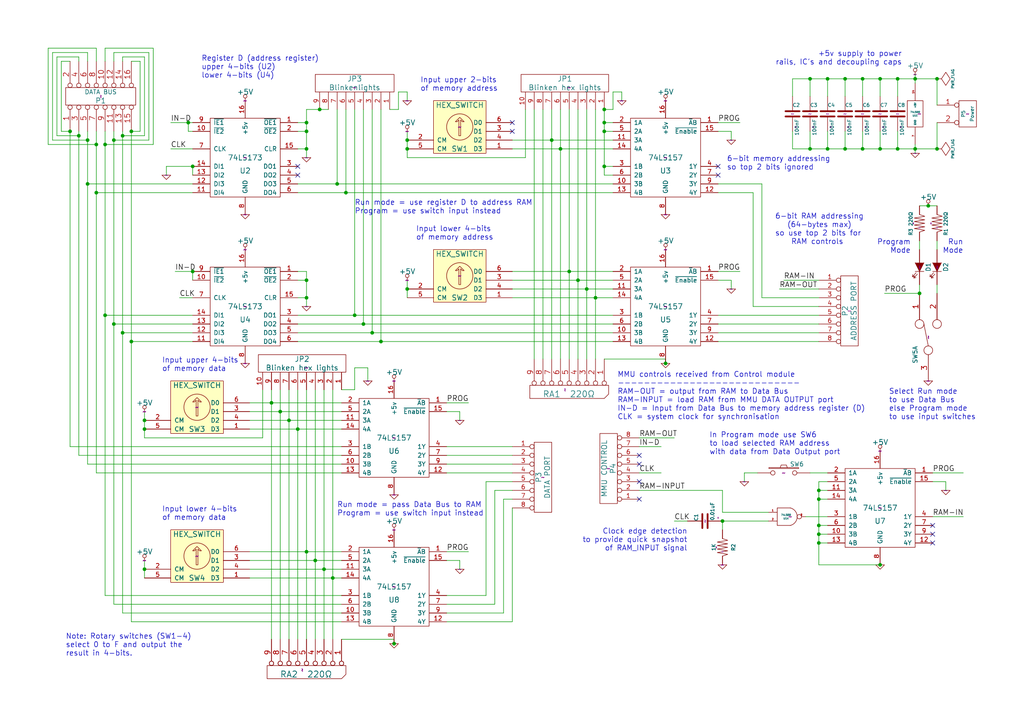
<source format=kicad_sch>
(kicad_sch (version 20211123) (generator eeschema)
  (paper "A4")
  (title_block (title "Hol-1 8-bit CPU - Memory Management Unit") (date "29 jan 2020") (rev "1") (company "www.benningtons.net"))
  (junction (at 41.91 165.1))
  (junction (at 167.64 81.28))
  (junction (at 25.4 53.34))
  (junction (at 234.95 22.86))
  (junction (at 245.11 22.86))
  (junction (at 20.32 38.1))
  (junction (at 35.56 96.52))
  (junction (at 265.43 43.18))
  (junction (at 255.27 163.83))
  (junction (at 260.35 43.18))
  (junction (at 209.55 151.13))
  (junction (at 107.95 96.52))
  (junction (at 22.86 39.37))
  (junction (at 255.27 22.86))
  (junction (at 30.48 41.91))
  (junction (at 93.98 165.1))
  (junction (at 260.35 22.86))
  (junction (at 27.94 41.91))
  (junction (at 175.26 38.1))
  (junction (at 55.88 78.74))
  (junction (at 83.82 121.92))
  (junction (at 88.9 86.36))
  (junction (at 265.43 22.86))
  (junction (at 118.11 40.64))
  (junction (at 110.49 99.06))
  (junction (at 234.95 43.18))
  (junction (at 33.02 40.64))
  (junction (at 88.9 81.28))
  (junction (at 160.02 40.64))
  (junction (at 271.78 43.18))
  (junction (at 102.87 91.44))
  (junction (at 118.11 83.82))
  (junction (at 165.1 78.74))
  (junction (at 35.56 39.37))
  (junction (at 78.74 116.84))
  (junction (at 81.28 119.38))
  (junction (at 193.04 105.41))
  (junction (at 271.78 22.86))
  (junction (at 237.49 152.4))
  (junction (at 33.02 93.98))
  (junction (at 250.19 43.18))
  (junction (at 88.9 35.56))
  (junction (at 92.71 31.75))
  (junction (at 266.7 85.09))
  (junction (at 237.49 142.24))
  (junction (at 175.26 31.75))
  (junction (at 245.11 43.18))
  (junction (at 88.9 38.1))
  (junction (at 175.26 48.26))
  (junction (at 118.11 43.18))
  (junction (at 105.41 93.98))
  (junction (at 100.33 55.88))
  (junction (at 237.49 154.94))
  (junction (at 162.56 43.18))
  (junction (at 38.1 99.06))
  (junction (at 96.52 167.64))
  (junction (at 25.4 40.64))
  (junction (at 237.49 157.48))
  (junction (at 86.36 124.46))
  (junction (at 255.27 43.18))
  (junction (at 97.79 53.34))
  (junction (at 41.91 121.92))
  (junction (at 269.24 59.69))
  (junction (at 88.9 160.02))
  (junction (at 240.03 22.86))
  (junction (at 114.3 186.69))
  (junction (at 54.61 35.56))
  (junction (at 170.18 83.82))
  (junction (at 91.44 162.56))
  (junction (at 172.72 86.36))
  (junction (at 41.91 124.46))
  (junction (at 88.9 43.18))
  (junction (at 30.48 91.44))
  (junction (at 27.94 55.88))
  (junction (at 55.88 48.26))
  (junction (at 237.49 144.78))
  (junction (at 240.03 43.18))
  (junction (at 38.1 38.1))
  (junction (at 175.26 35.56))
  (junction (at 250.19 22.86))
  (no_connect (at 208.28 48.26))
  (no_connect (at 86.36 50.8))
  (no_connect (at 208.28 50.8))
  (no_connect (at 86.36 48.26))
  (no_connect (at 185.42 134.62))
  (no_connect (at 270.51 157.48))
  (no_connect (at 148.59 35.56))
  (no_connect (at 185.42 139.7))
  (no_connect (at 185.42 144.78))
  (no_connect (at 270.51 154.94))
  (no_connect (at 185.42 132.08))
  (no_connect (at 270.51 152.4))
  (no_connect (at 148.59 38.1))
  (wire (pts (xy 240.03 139.7) (xy 237.49 139.7)))
  (wire (pts (xy 129.54 137.16) (xy 148.59 137.16)))
  (wire (pts (xy 140.97 172.72) (xy 140.97 139.7)))
  (wire (pts (xy 129.54 175.26) (xy 143.51 175.26)))
  (wire (pts (xy 233.68 149.86) (xy 240.03 149.86)))
  (wire (pts (xy 72.39 165.1) (xy 93.98 165.1)))
  (wire (pts (xy 209.55 148.59) (xy 222.885 148.59)))
  (wire (pts (xy 260.35 22.86) (xy 265.43 22.86)))
  (wire (pts (xy 237.49 157.48) (xy 237.49 163.83)))
  (wire (pts (xy 72.39 162.56) (xy 91.44 162.56)))
  (wire (pts (xy 234.95 22.86) (xy 240.03 22.86)))
  (wire (pts (xy 245.11 38.1) (xy 245.11 43.18)))
  (wire (pts (xy 165.1 78.74) (xy 165.1 104.14)))
  (wire (pts (xy 234.95 38.1) (xy 234.95 43.18)))
  (wire (pts (xy 266.7 69.85) (xy 266.7 72.39)))
  (wire (pts (xy 152.4 31.75) (xy 152.4 45.72)))
  (wire (pts (xy 177.8 31.75) (xy 177.8 26.67)))
  (wire (pts (xy 41.91 162.56) (xy 41.91 165.1)))
  (wire (pts (xy 240.03 157.48) (xy 237.49 157.48)))
  (wire (pts (xy 27.94 41.91) (xy 27.94 55.88)))
  (wire (pts (xy 33.02 93.98) (xy 33.02 175.26)))
  (wire (pts (xy 91.44 113.03) (xy 91.44 162.56)))
  (wire (pts (xy 102.87 91.44) (xy 177.8 91.44)))
  (wire (pts (xy 20.32 129.54) (xy 99.06 129.54)))
  (wire (pts (xy 270.51 139.7) (xy 274.32 139.7)))
  (wire (pts (xy 110.49 31.75) (xy 110.49 99.06)))
  (wire (pts (xy 86.36 53.34) (xy 97.79 53.34)))
  (wire (pts (xy 113.03 31.75) (xy 115.57 31.75)))
  (wire (pts (xy 148.59 43.18) (xy 162.56 43.18)))
  (wire (pts (xy 157.48 31.75) (xy 157.48 104.14)))
  (wire (pts (xy 55.88 78.74) (xy 50.8 78.74)))
  (wire (pts (xy 170.18 83.82) (xy 170.18 104.14)))
  (wire (pts (xy 15.24 40.64) (xy 15.24 15.24)))
  (wire (pts (xy 266.7 85.09) (xy 256.54 85.09)))
  (wire (pts (xy 271.78 22.86) (xy 271.78 30.48)))
  (wire (pts (xy 78.74 113.03) (xy 78.74 116.84)))
  (wire (pts (xy 86.36 124.46) (xy 99.06 124.46)))
  (wire (pts (xy 88.9 160.02) (xy 88.9 185.42)))
  (wire (pts (xy 35.56 38.1) (xy 35.56 39.37)))
  (wire (pts (xy 172.72 31.75) (xy 172.72 86.36)))
  (wire (pts (xy 255.27 43.18) (xy 260.35 43.18)))
  (wire (pts (xy 215.9 137.16) (xy 215.9 139.7)))
  (wire (pts (xy 250.19 43.18) (xy 255.27 43.18)))
  (wire (pts (xy 160.02 40.64) (xy 160.02 104.14)))
  (wire (pts (xy 86.36 81.28) (xy 88.9 81.28)))
  (wire (pts (xy 266.7 59.69) (xy 269.24 59.69)))
  (wire (pts (xy 76.2 113.03) (xy 76.2 127)))
  (wire (pts (xy 240.03 142.24) (xy 237.49 142.24)))
  (wire (pts (xy 88.9 86.36) (xy 88.9 88.9)))
  (wire (pts (xy 218.44 88.9) (xy 237.49 88.9)))
  (wire (pts (xy 143.51 142.24) (xy 148.59 142.24)))
  (wire (pts (xy 220.98 53.34) (xy 220.98 86.36)))
  (wire (pts (xy 162.56 43.18) (xy 177.8 43.18)))
  (wire (pts (xy 129.54 119.38) (xy 133.35 119.38)))
  (wire (pts (xy 20.32 38.1) (xy 17.78 38.1)))
  (wire (pts (xy 265.43 22.86) (xy 265.43 24.13)))
  (wire (pts (xy 13.97 13.97) (xy 27.94 13.97)))
  (wire (pts (xy 218.44 55.88) (xy 218.44 88.9)))
  (wire (pts (xy 102.87 31.75) (xy 102.87 91.44)))
  (wire (pts (xy 27.94 55.88) (xy 27.94 137.16)))
  (wire (pts (xy 83.82 121.92) (xy 99.06 121.92)))
  (wire (pts (xy 270.51 149.86) (xy 279.4 149.86)))
  (wire (pts (xy 208.28 53.34) (xy 220.98 53.34)))
  (wire (pts (xy 118.11 81.28) (xy 118.11 83.82)))
  (wire (pts (xy 102.87 113.03) (xy 102.87 106.68)))
  (wire (pts (xy 88.9 81.28) (xy 88.9 86.36)))
  (wire (pts (xy 106.68 106.68) (xy 106.68 110.49)))
  (wire (pts (xy 170.18 83.82) (xy 177.8 83.82)))
  (wire (pts (xy 240.03 43.18) (xy 245.11 43.18)))
  (wire (pts (xy 76.2 127) (xy 41.91 127)))
  (wire (pts (xy 72.39 160.02) (xy 88.9 160.02)))
  (wire (pts (xy 72.39 119.38) (xy 81.28 119.38)))
  (wire (pts (xy 175.26 104.14) (xy 193.04 104.14)))
  (wire (pts (xy 30.48 91.44) (xy 55.88 91.44)))
  (wire (pts (xy 35.56 16.51) (xy 41.91 16.51)))
  (wire (pts (xy 81.28 119.38) (xy 81.28 185.42)))
  (wire (pts (xy 102.87 106.68) (xy 106.68 106.68)))
  (wire (pts (xy 22.86 16.51) (xy 22.86 17.78)))
  (wire (pts (xy 86.36 91.44) (xy 102.87 91.44)))
  (wire (pts (xy 170.18 31.75) (xy 170.18 83.82)))
  (wire (pts (xy 271.78 82.55) (xy 271.78 85.09)))
  (wire (pts (xy 55.88 38.1) (xy 54.61 38.1)))
  (wire (pts (xy 271.78 69.85) (xy 271.78 72.39)))
  (wire (pts (xy 86.36 55.88) (xy 100.33 55.88)))
  (wire (pts (xy 86.36 38.1) (xy 88.9 38.1)))
  (wire (pts (xy 160.02 31.75) (xy 160.02 40.64)))
  (wire (pts (xy 96.52 167.64) (xy 99.06 167.64)))
  (wire (pts (xy 148.59 81.28) (xy 167.64 81.28)))
  (wire (pts (xy 234.95 43.18) (xy 240.03 43.18)))
  (wire (pts (xy 25.4 40.64) (xy 25.4 53.34)))
  (wire (pts (xy 86.36 93.98) (xy 105.41 93.98)))
  (wire (pts (xy 118.11 26.67) (xy 118.11 29.21)))
  (wire (pts (xy 165.1 31.75) (xy 165.1 78.74)))
  (wire (pts (xy 118.11 45.72) (xy 152.4 45.72)))
  (wire (pts (xy 35.56 39.37) (xy 35.56 96.52)))
  (wire (pts (xy 72.39 124.46) (xy 86.36 124.46)))
  (wire (pts (xy 129.54 160.02) (xy 135.89 160.02)))
  (wire (pts (xy 140.97 139.7) (xy 148.59 139.7)))
  (wire (pts (xy 110.49 99.06) (xy 177.8 99.06)))
  (wire (pts (xy 100.33 55.88) (xy 177.8 55.88)))
  (wire (pts (xy 88.9 35.56) (xy 88.9 38.1)))
  (wire (pts (xy 177.8 48.26) (xy 175.26 48.26)))
  (wire (pts (xy 40.64 17.78) (xy 38.1 17.78)))
  (wire (pts (xy 240.03 144.78) (xy 237.49 144.78)))
  (wire (pts (xy 13.97 41.91) (xy 13.97 13.97)))
  (wire (pts (xy 27.94 55.88) (xy 55.88 55.88)))
  (wire (pts (xy 33.02 15.24) (xy 43.18 15.24)))
  (wire (pts (xy 99.06 185.42) (xy 114.3 185.42)))
  (wire (pts (xy 30.48 41.91) (xy 44.45 41.91)))
  (wire (pts (xy 20.32 38.1) (xy 20.32 129.54)))
  (wire (pts (xy 266.7 82.55) (xy 266.7 85.09)))
  (wire (pts (xy 105.41 93.98) (xy 177.8 93.98)))
  (wire (pts (xy 86.36 124.46) (xy 86.36 185.42)))
  (wire (pts (xy 227.33 81.28) (xy 237.49 81.28)))
  (wire (pts (xy 208.28 38.1) (xy 212.09 38.1)))
  (wire (pts (xy 96.52 113.03) (xy 96.52 167.64)))
  (wire (pts (xy 208.28 99.06) (xy 237.49 99.06)))
  (wire (pts (xy 86.36 78.74) (xy 88.9 78.74)))
  (wire (pts (xy 154.94 31.75) (xy 154.94 104.14)))
  (wire (pts (xy 208.28 91.44) (xy 237.49 91.44)))
  (wire (pts (xy 27.94 137.16) (xy 99.06 137.16)))
  (wire (pts (xy 148.59 180.34) (xy 129.54 180.34)))
  (wire (pts (xy 177.8 38.1) (xy 175.26 38.1)))
  (wire (pts (xy 129.54 116.84) (xy 135.89 116.84)))
  (wire (pts (xy 234.95 137.16) (xy 240.03 137.16)))
  (wire (pts (xy 240.03 38.1) (xy 240.03 43.18)))
  (wire (pts (xy 25.4 38.1) (xy 25.4 40.64)))
  (wire (pts (xy 220.98 86.36) (xy 237.49 86.36)))
  (wire (pts (xy 240.03 22.86) (xy 245.11 22.86)))
  (wire (pts (xy 52.07 86.36) (xy 55.88 86.36)))
  (wire (pts (xy 81.28 119.38) (xy 99.06 119.38)))
  (wire (pts (xy 260.35 43.18) (xy 265.43 43.18)))
  (wire (pts (xy 208.28 35.56) (xy 214.63 35.56)))
  (wire (pts (xy 175.26 38.1) (xy 175.26 48.26)))
  (wire (pts (xy 222.885 151.13) (xy 209.55 151.13)))
  (wire (pts (xy 237.49 154.94) (xy 237.49 157.48)))
  (wire (pts (xy 92.71 31.75) (xy 95.25 31.75)))
  (wire (pts (xy 175.26 35.56) (xy 175.26 38.1)))
  (wire (pts (xy 41.91 16.51) (xy 41.91 39.37)))
  (wire (pts (xy 185.42 129.54) (xy 191.77 129.54)))
  (wire (pts (xy 25.4 134.62) (xy 99.06 134.62)))
  (wire (pts (xy 250.19 38.1) (xy 250.19 43.18)))
  (wire (pts (xy 175.26 48.26) (xy 175.26 50.8)))
  (wire (pts (xy 146.05 177.8) (xy 146.05 144.78)))
  (wire (pts (xy 105.41 31.75) (xy 105.41 93.98)))
  (wire (pts (xy 25.4 53.34) (xy 55.88 53.34)))
  (wire (pts (xy 229.87 38.1) (xy 229.87 43.18)))
  (wire (pts (xy 88.9 31.75) (xy 88.9 35.56)))
  (wire (pts (xy 88.9 86.36) (xy 86.36 86.36)))
  (wire (pts (xy 38.1 99.06) (xy 55.88 99.06)))
  (wire (pts (xy 22.86 38.1) (xy 22.86 39.37)))
  (wire (pts (xy 129.54 129.54) (xy 148.59 129.54)))
  (wire (pts (xy 175.26 31.75) (xy 175.26 35.56)))
  (wire (pts (xy 27.94 41.91) (xy 13.97 41.91)))
  (wire (pts (xy 35.56 177.8) (xy 99.06 177.8)))
  (wire (pts (xy 35.56 39.37) (xy 41.91 39.37)))
  (wire (pts (xy 17.78 38.1) (xy 17.78 17.78)))
  (wire (pts (xy 129.54 177.8) (xy 146.05 177.8)))
  (wire (pts (xy 115.57 26.67) (xy 118.11 26.67)))
  (wire (pts (xy 118.11 38.1) (xy 118.11 40.64)))
  (wire (pts (xy 175.26 50.8) (xy 177.8 50.8)))
  (wire (pts (xy 177.8 26.67) (xy 180.34 26.67)))
  (wire (pts (xy 86.36 35.56) (xy 88.9 35.56)))
  (wire (pts (xy 40.64 38.1) (xy 40.64 17.78)))
  (wire (pts (xy 255.27 38.1) (xy 255.27 43.18)))
  (wire (pts (xy 91.44 162.56) (xy 91.44 185.42)))
  (wire (pts (xy 212.09 81.28) (xy 212.09 83.82)))
  (wire (pts (xy 72.39 121.92) (xy 83.82 121.92)))
  (wire (pts (xy 245.11 22.86) (xy 250.19 22.86)))
  (wire (pts (xy 15.24 40.64) (xy 25.4 40.64)))
  (wire (pts (xy 91.44 162.56) (xy 99.06 162.56)))
  (wire (pts (xy 185.42 142.24) (xy 209.55 142.24)))
  (wire (pts (xy 100.33 31.75) (xy 100.33 55.88)))
  (wire (pts (xy 72.39 167.64) (xy 96.52 167.64)))
  (wire (pts (xy 78.74 116.84) (xy 99.06 116.84)))
  (wire (pts (xy 265.43 43.18) (xy 271.78 43.18)))
  (wire (pts (xy 226.06 83.82) (xy 237.49 83.82)))
  (wire (pts (xy 83.82 121.92) (xy 83.82 185.42)))
  (wire (pts (xy 16.51 39.37) (xy 22.86 39.37)))
  (wire (pts (xy 143.51 175.26) (xy 143.51 142.24)))
  (wire (pts (xy 81.28 113.03) (xy 81.28 119.38)))
  (wire (pts (xy 180.34 26.67) (xy 180.34 29.21)))
  (wire (pts (xy 33.02 17.78) (xy 33.02 15.24)))
  (wire (pts (xy 240.03 27.94) (xy 240.03 22.86)))
  (wire (pts (xy 118.11 83.82) (xy 118.11 86.36)))
  (wire (pts (xy 271.78 43.18) (xy 271.78 35.56)))
  (wire (pts (xy 55.88 50.8) (xy 55.88 48.26)))
  (wire (pts (xy 16.51 16.51) (xy 22.86 16.51)))
  (wire (pts (xy 93.98 113.03) (xy 93.98 165.1)))
  (wire (pts (xy 193.04 104.14) (xy 193.04 105.41)))
  (wire (pts (xy 265.43 43.18) (xy 265.43 44.45)))
  (wire (pts (xy 35.56 96.52) (xy 55.88 96.52)))
  (wire (pts (xy 274.32 139.7) (xy 274.32 142.24)))
  (wire (pts (xy 33.02 93.98) (xy 55.88 93.98)))
  (wire (pts (xy 48.26 48.26) (xy 48.26 50.8)))
  (wire (pts (xy 35.56 96.52) (xy 35.56 177.8)))
  (wire (pts (xy 146.05 144.78) (xy 148.59 144.78)))
  (wire (pts (xy 129.54 162.56) (xy 133.35 162.56)))
  (wire (pts (xy 148.59 78.74) (xy 165.1 78.74)))
  (wire (pts (xy 229.87 43.18) (xy 234.95 43.18)))
  (wire (pts (xy 88.9 78.74) (xy 88.9 81.28)))
  (wire (pts (xy 177.8 35.56) (xy 175.26 35.56)))
  (wire (pts (xy 195.58 151.13) (xy 199.39 151.13)))
  (wire (pts (xy 54.61 38.1) (xy 54.61 35.56)))
  (wire (pts (xy 38.1 180.34) (xy 99.06 180.34)))
  (wire (pts (xy 41.91 124.46) (xy 41.91 127)))
  (wire (pts (xy 250.19 27.94) (xy 250.19 22.86)))
  (wire (pts (xy 212.09 38.1) (xy 212.09 40.64)))
  (wire (pts (xy 25.4 53.34) (xy 25.4 134.62)))
  (wire (pts (xy 237.49 139.7) (xy 237.49 142.24)))
  (wire (pts (xy 86.36 96.52) (xy 107.95 96.52)))
  (wire (pts (xy 30.48 91.44) (xy 30.48 172.72)))
  (wire (pts (xy 49.53 35.56) (xy 54.61 35.56)))
  (wire (pts (xy 237.49 152.4) (xy 237.49 154.94)))
  (wire (pts (xy 234.95 27.94) (xy 234.95 22.86)))
  (wire (pts (xy 229.87 22.86) (xy 234.95 22.86)))
  (wire (pts (xy 16.51 39.37) (xy 16.51 16.51)))
  (wire (pts (xy 54.61 35.56) (xy 55.88 35.56)))
  (wire (pts (xy 17.78 17.78) (xy 20.32 17.78)))
  (wire (pts (xy 229.87 27.94) (xy 229.87 22.86)))
  (wire (pts (xy 250.19 22.86) (xy 255.27 22.86)))
  (wire (pts (xy 167.64 81.28) (xy 177.8 81.28)))
  (wire (pts (xy 35.56 17.78) (xy 35.56 16.51)))
  (wire (pts (xy 255.27 22.86) (xy 260.35 22.86)))
  (wire (pts (xy 162.56 31.75) (xy 162.56 43.18)))
  (wire (pts (xy 237.49 163.83) (xy 255.27 163.83)))
  (wire (pts (xy 172.72 86.36) (xy 172.72 104.14)))
  (wire (pts (xy 269.24 59.69) (xy 271.78 59.69)))
  (wire (pts (xy 240.03 152.4) (xy 237.49 152.4)))
  (wire (pts (xy 88.9 113.03) (xy 88.9 160.02)))
  (wire (pts (xy 148.59 40.64) (xy 160.02 40.64)))
  (wire (pts (xy 15.24 15.24) (xy 25.4 15.24)))
  (wire (pts (xy 115.57 31.75) (xy 115.57 26.67)))
  (wire (pts (xy 30.48 172.72) (xy 99.06 172.72)))
  (wire (pts (xy 260.35 27.94) (xy 260.35 22.86)))
  (wire (pts (xy 208.28 81.28) (xy 212.09 81.28)))
  (wire (pts (xy 148.59 86.36) (xy 172.72 86.36)))
  (wire (pts (xy 245.11 27.94) (xy 245.11 22.86)))
  (wire (pts (xy 88.9 38.1) (xy 88.9 43.18)))
  (wire (pts (xy 185.42 127) (xy 195.58 127)))
  (wire (pts (xy 148.59 147.32) (xy 148.59 180.34)))
  (wire (pts (xy 219.71 137.16) (xy 215.9 137.16)))
  (wire (pts (xy 33.02 175.26) (xy 99.06 175.26)))
  (wire (pts (xy 38.1 99.06) (xy 38.1 180.34)))
  (wire (pts (xy 175.26 31.75) (xy 177.8 31.75)))
  (wire (pts (xy 86.36 99.06) (xy 110.49 99.06)))
  (wire (pts (xy 209.55 151.13) (xy 209.55 153.67)))
  (wire (pts (xy 86.36 43.18) (xy 88.9 43.18)))
  (wire (pts (xy 133.35 119.38) (xy 133.35 121.92)))
  (wire (pts (xy 27.94 38.1) (xy 27.94 41.91)))
  (wire (pts (xy 99.06 113.03) (xy 102.87 113.03)))
  (wire (pts (xy 41.91 119.38) (xy 41.91 121.92)))
  (wire (pts (xy 265.43 41.91) (xy 265.43 43.18)))
  (wire (pts (xy 88.9 43.18) (xy 88.9 45.72)))
  (wire (pts (xy 265.43 21.59) (xy 265.43 22.86)))
  (wire (pts (xy 49.53 43.18) (xy 55.88 43.18)))
  (wire (pts (xy 129.54 134.62) (xy 148.59 134.62)))
  (wire (pts (xy 160.02 40.64) (xy 177.8 40.64)))
  (wire (pts (xy 96.52 167.64) (xy 96.52 185.42)))
  (wire (pts (xy 237.49 142.24) (xy 237.49 144.78)))
  (wire (pts (xy 22.86 132.08) (xy 99.06 132.08)))
  (wire (pts (xy 88.9 160.02) (xy 99.06 160.02)))
  (wire (pts (xy 83.82 113.03) (xy 83.82 121.92)))
  (wire (pts (xy 43.18 15.24) (xy 43.18 40.64)))
  (wire (pts (xy 33.02 40.64) (xy 33.02 93.98)))
  (wire (pts (xy 27.94 13.97) (xy 27.94 17.78)))
  (wire (pts (xy 30.48 17.78) (xy 30.48 13.97)))
  (wire (pts (xy 185.42 137.16) (xy 191.77 137.16)))
  (wire (pts (xy 41.91 165.1) (xy 41.91 167.64)))
  (wire (pts (xy 25.4 15.24) (xy 25.4 17.78)))
  (wire (pts (xy 208.28 55.88) (xy 218.44 55.88)))
  (wire (pts (xy 38.1 38.1) (xy 40.64 38.1)))
  (wire (pts (xy 129.54 172.72) (xy 140.97 172.72)))
  (wire (pts (xy 209.55 142.24) (xy 209.55 148.59)))
  (wire (pts (xy 97.79 53.34) (xy 177.8 53.34)))
  (wire (pts (xy 55.88 48.26) (xy 48.26 48.26)))
  (wire (pts (xy 38.1 38.1) (xy 38.1 99.06)))
  (wire (pts (xy 86.36 113.03) (xy 86.36 124.46)))
  (wire (pts (xy 30.48 13.97) (xy 44.45 13.97)))
  (wire (pts (xy 133.35 162.56) (xy 133.35 165.1)))
  (wire (pts (xy 107.95 96.52) (xy 177.8 96.52)))
  (wire (pts (xy 129.54 132.08) (xy 148.59 132.08)))
  (wire (pts (xy 162.56 43.18) (xy 162.56 104.14)))
  (wire (pts (xy 33.02 40.64) (xy 43.18 40.64)))
  (wire (pts (xy 240.03 154.94) (xy 237.49 154.94)))
  (wire (pts (xy 260.35 38.1) (xy 260.35 43.18)))
  (wire (pts (xy 33.02 38.1) (xy 33.02 40.64)))
  (wire (pts (xy 55.88 81.28) (xy 55.88 78.74)))
  (wire (pts (xy 255.27 27.94) (xy 255.27 22.86)))
  (wire (pts (xy 148.59 83.82) (xy 170.18 83.82)))
  (wire (pts (xy 93.98 165.1) (xy 93.98 185.42)))
  (wire (pts (xy 237.49 144.78) (xy 237.49 152.4)))
  (wire (pts (xy 88.9 31.75) (xy 92.71 31.75)))
  (wire (pts (xy 44.45 13.97) (xy 44.45 41.91)))
  (wire (pts (xy 208.28 78.74) (xy 214.63 78.74)))
  (wire (pts (xy 208.28 96.52) (xy 237.49 96.52)))
  (wire (pts (xy 22.86 39.37) (xy 22.86 132.08)))
  (wire (pts (xy 97.79 31.75) (xy 97.79 53.34)))
  (wire (pts (xy 270.51 137.16) (xy 279.4 137.16)))
  (wire (pts (xy 41.91 121.92) (xy 41.91 124.46)))
  (wire (pts (xy 118.11 43.18) (xy 118.11 45.72)))
  (wire (pts (xy 265.43 22.86) (xy 271.78 22.86)))
  (wire (pts (xy 30.48 41.91) (xy 30.48 91.44)))
  (wire (pts (xy 30.48 38.1) (xy 30.48 41.91)))
  (wire (pts (xy 167.64 81.28) (xy 167.64 104.14)))
  (wire (pts (xy 114.3 185.42) (xy 114.3 186.69)))
  (wire (pts (xy 172.72 86.36) (xy 177.8 86.36)))
  (wire (pts (xy 165.1 78.74) (xy 177.8 78.74)))
  (wire (pts (xy 78.74 116.84) (xy 78.74 185.42)))
  (wire (pts (xy 208.28 93.98) (xy 237.49 93.98)))
  (wire (pts (xy 167.64 31.75) (xy 167.64 81.28)))
  (wire (pts (xy 72.39 116.84) (xy 78.74 116.84)))
  (wire (pts (xy 245.11 43.18) (xy 250.19 43.18)))
  (wire (pts (xy 93.98 165.1) (xy 99.06 165.1)))
  (wire (pts (xy 118.11 40.64) (xy 118.11 43.18)))
  (wire (pts (xy 107.95 31.75) (xy 107.95 96.52)))
  (text "Select Run mode\nto use Data Bus\nelse Program mode\nto use input switches" (at 257.81 121.92 0) (effects (font (size 1.524 1.524)) (justify left bottom)))
  (text "6-bit memory addressing\nso top 2 bits ignored" (at 210.82 49.53 0) (effects (font (size 1.524 1.524)) (justify left bottom)))
  (text "Run mode = pass Data Bus to RAM\nProgram = use switch input instead" (at 97.79 149.86 0) (effects (font (size 1.524 1.524)) (justify left bottom)))
  (text "Note: Rotary switches (SW1-4)\nselect 0 to F and output the\nresult in 4-bits." (at 19.05 190.5 0) (effects (font (size 1.524 1.524)) (justify left bottom)))
  (text "Clock edge detection\nto provide quick snapshot\n of RAM_INPUT signal" (at 199.39 160.02 180) (effects (font (size 1.524 1.524)) (justify right bottom)))
  (text "Register D (address register)\nupper 4-bits (U2)\nlower 4-bits (U4)" (at 58.42 22.86 0) (effects (font (size 1.524 1.524)) (justify left bottom)))
  (text "Run mode = use register D to address RAM\nProgram = use switch input instead" (at 102.87 62.23 0) (effects (font (size 1.524 1.524)) (justify left bottom)))
  (text "Input lower 4-bits\nof memory address" (at 120.65 69.85 0) (effects (font (size 1.524 1.524)) (justify left bottom)))
  (text "MMU controls received from Control module\n----------------------------\nRAM-OUT = output from RAM to Data Bus\nRAM-INPUT = load RAM from MMU DATA OUTPUT port\nIN-D = Input from Data Bus to memory address register (D)\nCLK = system clock for synchronisation" (at 179.07 121.92 0) (effects (font (size 1.524 1.524)) (justify left bottom)))
  (text "Input lower 4-bits\nof memory data" (at 46.99 151.13 0) (effects (font (size 1.524 1.524)) (justify left bottom)))
  (text "Input upper 2-bits\nof memory address" (at 121.92 26.67 0) (effects (font (size 1.524 1.524)) (justify left bottom)))
  (text "+5v supply to power\nrails, IC's and decoupling caps\n" (at 261.62 19.05 180) (effects (font (size 1.524 1.524)) (justify right bottom)))
  (text "Run\nMode" (at 279.4 73.66 180) (effects (font (size 1.524 1.524)) (justify right bottom)))
  (text "In Program mode use SW6\nto load selected RAM address\nwith data from Data Output port" (at 205.74 132.08 0) (effects (font (size 1.524 1.524)) (justify left bottom)))
  (text "Program\n  Mode" (at 264.16 73.66 180) (effects (font (size 1.524 1.524)) (justify right bottom)))
  (text "Input upper 4-bits\nof memory data" (at 46.99 107.95 0) (effects (font (size 1.524 1.524)) (justify left bottom)))
  (text "6-bit RAM addressing\n   (64-bytes max)\nso use top 2 bits for\n    RAM controls" (at 224.79 71.12 0) (effects (font (size 1.524 1.524)) (justify left bottom)))
  (label "RAM-INPUT" (at 185.42 142.24 0) (effects (font (size 1.524 1.524))))
  (label "RAM-OUT" (at 226.06 83.82 0) (effects (font (size 1.524 1.524))))
  (label "RAM-OUT" (at 185.42 127 0) (effects (font (size 1.524 1.524))))
  (label "PROG" (at 208.28 35.56 0) (effects (font (size 1.524 1.524))))
  (label "IN-D" (at 185.42 129.54 0) (effects (font (size 1.524 1.524))))
  (label "PROG" (at 129.54 160.02 0) (effects (font (size 1.524 1.524))))
  (label "CLK" (at 52.07 86.36 0) (effects (font (size 1.524 1.524))))
  (label "IN-D" (at 50.8 78.74 0) (effects (font (size 1.524 1.524))))
  (label "IN-D" (at 49.53 35.56 0) (effects (font (size 1.524 1.524))))
  (label "RAM-IN" (at 270.51 149.86 0) (effects (font (size 1.524 1.524))))
  (label "CLK" (at 185.42 137.16 0) (effects (font (size 1.524 1.524))))
  (label "RAM-IN" (at 227.33 81.28 0) (effects (font (size 1.524 1.524))))
  (label "PROG" (at 270.51 137.16 0) (effects (font (size 1.524 1.524))))
  (label "PROG" (at 256.54 85.09 0) (effects (font (size 1.524 1.524))))
  (label "PROG" (at 129.54 116.84 0) (effects (font (size 1.524 1.524))))
  (label "CLK" (at 195.58 151.13 0) (effects (font (size 1.524 1.524))))
  (label "CLK" (at 49.53 43.18 0) (effects (font (size 1.524 1.524))))
  (label "PROG" (at 208.28 78.74 0) (effects (font (size 1.524 1.524))))
  (symbol (lib_id "benningtons:74LS173") (at 71.12 45.72 0) (unit 1)
    (property "Reference" "U2" (at 71.12 49.53 0) (effects (font (size 1.524 1.524))))
    (property "Value" "74LS173" (at 71.12 45.72 0) (effects (font (size 1.524 1.524))))
    (property "Footprint" "~" (at 71.12 45.72 0) (effects (font (size 1.524 1.524))))
    (property "Datasheet" "~" (at 71.12 45.72 0) (effects (font (size 1.524 1.524))))
  )
  (symbol (lib_id "benningtons:74LS173") (at 71.12 88.9 0) (unit 1)
    (property "Reference" "U4" (at 71.12 92.71 0) (effects (font (size 1.524 1.524))))
    (property "Value" "74LS173" (at 71.12 88.9 0) (effects (font (size 1.524 1.524))))
    (property "Footprint" "~" (at 71.12 88.9 0) (effects (font (size 1.524 1.524))))
    (property "Datasheet" "~" (at 71.12 88.9 0) (effects (font (size 1.524 1.524))))
  )
  (symbol (lib_id "benningtons:74LS157") (at 193.04 45.72 0) (unit 1)
    (property "Reference" "U3" (at 193.04 49.53 0) (effects (font (size 1.524 1.524))))
    (property "Value" "74LS157" (at 193.04 45.72 0) (effects (font (size 1.524 1.524))))
    (property "Footprint" "~" (at 193.04 45.72 0) (effects (font (size 1.524 1.524))))
    (property "Datasheet" "~" (at 193.04 45.72 0) (effects (font (size 1.524 1.524))))
  )
  (symbol (lib_id "benningtons:74LS157") (at 193.04 88.9 0) (unit 1)
    (property "Reference" "U5" (at 193.04 92.71 0) (effects (font (size 1.524 1.524))))
    (property "Value" "74LS157" (at 193.04 88.9 0) (effects (font (size 1.524 1.524))))
    (property "Footprint" "~" (at 193.04 88.9 0) (effects (font (size 1.524 1.524))))
    (property "Datasheet" "~" (at 193.04 88.9 0) (effects (font (size 1.524 1.524))))
  )
  (symbol (lib_id "benningtons:+5V") (at 71.12 29.21 0) (unit 1)
    (property "Reference" "#PWR01" (effects hide))
    (property "Value" "+5V" (at 71.12 26.67 0) (effects (font (size 1.4986 1.4986))))
    (property "Footprint" "~" (at 71.12 29.21 0) (effects (font (size 1.524 1.524))))
    (property "Datasheet" "~" (at 71.12 29.21 0) (effects (font (size 1.524 1.524))))
  )
  (symbol (lib_id "benningtons:+5V") (at 193.04 29.21 0) (unit 1)
    (property "Reference" "#PWR02" (effects hide))
    (property "Value" "+5V" (at 193.04 26.67 0) (effects (font (size 1.4986 1.4986))))
    (property "Footprint" "~" (at 193.04 29.21 0) (effects (font (size 1.524 1.524))))
    (property "Datasheet" "~" (at 193.04 29.21 0) (effects (font (size 1.524 1.524))))
  )
  (symbol (lib_id "benningtons:+5V") (at 193.04 72.39 0) (unit 1)
    (property "Reference" "#PWR03" (effects hide))
    (property "Value" "+5V" (at 193.04 69.85 0) (effects (font (size 1.4986 1.4986))))
    (property "Footprint" "~" (at 193.04 72.39 0) (effects (font (size 1.524 1.524))))
    (property "Datasheet" "~" (at 193.04 72.39 0) (effects (font (size 1.524 1.524))))
  )
  (symbol (lib_id "benningtons:+5V") (at 71.12 72.39 0) (unit 1)
    (property "Reference" "#PWR04" (effects hide))
    (property "Value" "+5V" (at 71.12 69.85 0) (effects (font (size 1.4986 1.4986))))
    (property "Footprint" "~" (at 71.12 72.39 0) (effects (font (size 1.524 1.524))))
    (property "Datasheet" "~" (at 71.12 72.39 0) (effects (font (size 1.524 1.524))))
  )
  (symbol (lib_id "benningtons:GND") (at 193.04 62.23 0) (unit 1)
    (property "Reference" "#PWR05" (effects hide))
    (property "Value" "GND" (effects hide))
    (property "Footprint" "~" (at 193.04 62.23 0) (effects (font (size 1.524 1.524))))
    (property "Datasheet" "~" (at 193.04 62.23 0) (effects (font (size 1.524 1.524))))
  )
  (symbol (lib_id "benningtons:GND") (at 71.12 62.23 0) (unit 1)
    (property "Reference" "#PWR06" (effects hide))
    (property "Value" "GND" (effects hide))
    (property "Footprint" "~" (at 71.12 62.23 0) (effects (font (size 1.524 1.524))))
    (property "Datasheet" "~" (at 71.12 62.23 0) (effects (font (size 1.524 1.524))))
  )
  (symbol (lib_id "benningtons:GND") (at 71.12 105.41 0) (unit 1)
    (property "Reference" "#PWR07" (effects hide))
    (property "Value" "GND" (effects hide))
    (property "Footprint" "~" (at 71.12 105.41 0) (effects (font (size 1.524 1.524))))
    (property "Datasheet" "~" (at 71.12 105.41 0) (effects (font (size 1.524 1.524))))
  )
  (symbol (lib_id "benningtons:GND") (at 193.04 105.41 0) (unit 1)
    (property "Reference" "#PWR08" (effects hide))
    (property "Value" "GND" (effects hide))
    (property "Footprint" "~" (at 193.04 105.41 0) (effects (font (size 1.524 1.524))))
    (property "Datasheet" "~" (at 193.04 105.41 0) (effects (font (size 1.524 1.524))))
  )
  (symbol (lib_id "benningtons:GND") (at 88.9 45.72 0) (unit 1)
    (property "Reference" "#PWR09" (effects hide))
    (property "Value" "GND" (effects hide))
    (property "Footprint" "~" (at 88.9 45.72 0) (effects (font (size 1.524 1.524))))
    (property "Datasheet" "~" (at 88.9 45.72 0) (effects (font (size 1.524 1.524))))
  )
  (symbol (lib_id "benningtons:GND") (at 88.9 88.9 0) (unit 1)
    (property "Reference" "#PWR010" (effects hide))
    (property "Value" "GND" (effects hide))
    (property "Footprint" "~" (at 88.9 88.9 0) (effects (font (size 1.524 1.524))))
    (property "Datasheet" "~" (at 88.9 88.9 0) (effects (font (size 1.524 1.524))))
  )
  (symbol (lib_id "benningtons:CODE_SWITCH") (at 133.35 36.83 0) (unit 1)
    (property "Reference" "SW1" (at 133.35 43.18 0) (effects (font (size 1.524 1.524))))
    (property "Value" "HEX_SWITCH" (at 133.35 30.48 0) (effects (font (size 1.524 1.524))))
    (property "Footprint" "~" (at 133.35 36.83 0) (effects (font (size 1.524 1.524))))
    (property "Datasheet" "~" (at 133.35 36.83 0) (effects (font (size 1.524 1.524))))
  )
  (symbol (lib_id "benningtons:CODE_SWITCH") (at 133.35 80.01 0) (unit 1)
    (property "Reference" "SW2" (at 133.35 86.36 0) (effects (font (size 1.524 1.524))))
    (property "Value" "HEX_SWITCH" (at 133.35 73.66 0) (effects (font (size 1.524 1.524))))
    (property "Footprint" "~" (at 133.35 80.01 0) (effects (font (size 1.524 1.524))))
    (property "Datasheet" "~" (at 133.35 80.01 0) (effects (font (size 1.524 1.524))))
  )
  (symbol (lib_id "benningtons:+5V") (at 118.11 38.1 0) (unit 1)
    (property "Reference" "#PWR011" (effects hide))
    (property "Value" "+5V" (at 118.11 35.56 0) (effects (font (size 1.4986 1.4986))))
    (property "Footprint" "~" (at 118.11 38.1 0) (effects (font (size 1.524 1.524))))
    (property "Datasheet" "~" (at 118.11 38.1 0) (effects (font (size 1.524 1.524))))
  )
  (symbol (lib_id "benningtons:+5V") (at 118.11 81.28 0) (unit 1)
    (property "Reference" "#PWR012" (effects hide))
    (property "Value" "+5V" (at 118.11 78.74 0) (effects (font (size 1.4986 1.4986))))
    (property "Footprint" "~" (at 118.11 81.28 0) (effects (font (size 1.524 1.524))))
    (property "Datasheet" "~" (at 118.11 81.28 0) (effects (font (size 1.524 1.524))))
  )
  (symbol (lib_id "benningtons:R-array-8") (at 163.83 113.03 270) (unit 1)
    (property "Reference" "RA1" (at 160.02 114.3 90) (effects (font (size 1.778 1.778))))
    (property "Value" "220Ω" (at 168.91 114.3 90) (effects (font (size 1.778 1.778))))
    (property "Footprint" "~" (at 163.83 113.03 0) (effects (font (size 1.524 1.524))))
    (property "Datasheet" "~" (at 163.83 113.03 0) (effects (font (size 1.524 1.524))))
  )
  (symbol (lib_id "benningtons:GND") (at 212.09 40.64 0) (unit 1)
    (property "Reference" "#PWR013" (effects hide))
    (property "Value" "GND" (effects hide))
    (property "Footprint" "~" (at 212.09 40.64 0) (effects (font (size 1.524 1.524))))
    (property "Datasheet" "~" (at 212.09 40.64 0) (effects (font (size 1.524 1.524))))
  )
  (symbol (lib_id "benningtons:GND") (at 212.09 83.82 0) (unit 1)
    (property "Reference" "#PWR014" (effects hide))
    (property "Value" "GND" (effects hide))
    (property "Footprint" "~" (at 212.09 83.82 0) (effects (font (size 1.524 1.524))))
    (property "Datasheet" "~" (at 212.09 83.82 0) (effects (font (size 1.524 1.524))))
  )
  (symbol (lib_id "benningtons:CONN_8X2") (at 29.21 27.94 90) (unit 1)
    (property "Reference" "P1" (at 29.21 29.21 90) (effects (font (size 1.524 1.524))))
    (property "Value" "DATA BUS" (at 29.21 26.67 90))
    (property "Footprint" "~" (at 29.21 27.94 0) (effects (font (size 1.524 1.524))))
    (property "Datasheet" "~" (at 29.21 27.94 0) (effects (font (size 1.524 1.524))))
  )
  (symbol (lib_id "benningtons:GND") (at 269.24 110.49 0) (unit 1)
    (property "Reference" "#PWR015" (effects hide))
    (property "Value" "GND" (effects hide))
    (property "Footprint" "~" (at 269.24 110.49 0) (effects (font (size 1.524 1.524))))
    (property "Datasheet" "~" (at 269.24 110.49 0) (effects (font (size 1.524 1.524))))
  )
  (symbol (lib_id "benningtons:LED") (at 266.7 77.47 270) (unit 1)
    (property "Reference" "D1" (at 269.24 77.47 0))
    (property "Value" "LED" (effects hide))
    (property "Footprint" "~" (at 266.7 77.47 0) (effects (font (size 1.524 1.524))))
    (property "Datasheet" "~" (at 266.7 77.47 0) (effects (font (size 1.524 1.524))))
  )
  (symbol (lib_id "benningtons:LED") (at 271.78 77.47 270) (unit 1)
    (property "Reference" "D2" (at 274.32 77.47 0))
    (property "Value" "LED" (effects hide))
    (property "Footprint" "~" (at 271.78 77.47 0) (effects (font (size 1.524 1.524))))
    (property "Datasheet" "~" (at 271.78 77.47 0) (effects (font (size 1.524 1.524))))
  )
  (symbol (lib_id "benningtons:R") (at 271.78 64.77 0) (unit 1)
    (property "Reference" "R1" (at 274.32 67.31 90) (effects (font (size 1.016 1.016))))
    (property "Value" "220Ω" (at 274.32 63.5 90) (effects (font (size 1.016 1.016))))
    (property "Footprint" "~" (at 270.002 64.77 90) (effects (font (size 0.762 0.762))))
    (property "Datasheet" "~" (at 271.78 66.04 0) (effects (font (size 0.762 0.762))))
  )
  (symbol (lib_id "benningtons:CONN_8") (at 246.38 90.17 0) (unit 1)
    (property "Reference" "P2" (at 245.11 90.17 90) (effects (font (size 1.524 1.524))))
    (property "Value" "ADDRESS PORT" (at 247.65 90.17 90) (effects (font (size 1.524 1.524))))
    (property "Datasheet" "~" (at 246.38 90.17 0) (effects (font (size 1.524 1.524))))
  )
  (symbol (lib_id "benningtons:74LS157") (at 114.3 127 0) (unit 1)
    (property "Reference" "U6" (at 114.3 130.81 0) (effects (font (size 1.524 1.524))))
    (property "Value" "74LS157" (at 114.3 127 0) (effects (font (size 1.524 1.524))))
    (property "Footprint" "~" (at 114.3 127 0) (effects (font (size 1.524 1.524))))
    (property "Datasheet" "~" (at 114.3 127 0) (effects (font (size 1.524 1.524))))
  )
  (symbol (lib_id "benningtons:74LS157") (at 114.3 170.18 0) (unit 1)
    (property "Reference" "U8" (at 114.3 173.99 0) (effects (font (size 1.524 1.524))))
    (property "Value" "74LS157" (at 114.3 170.18 0) (effects (font (size 1.524 1.524))))
    (property "Footprint" "~" (at 114.3 170.18 0) (effects (font (size 1.524 1.524))))
    (property "Datasheet" "~" (at 114.3 170.18 0) (effects (font (size 1.524 1.524))))
  )
  (symbol (lib_id "benningtons:+5V") (at 114.3 153.67 0) (unit 1)
    (property "Reference" "#PWR016" (effects hide))
    (property "Value" "+5V" (at 114.3 151.13 0) (effects (font (size 1.4986 1.4986))))
    (property "Footprint" "~" (at 114.3 153.67 0) (effects (font (size 1.524 1.524))))
    (property "Datasheet" "~" (at 114.3 153.67 0) (effects (font (size 1.524 1.524))))
  )
  (symbol (lib_id "benningtons:GND") (at 114.3 143.51 0) (unit 1)
    (property "Reference" "#PWR017" (effects hide))
    (property "Value" "GND" (effects hide))
    (property "Footprint" "~" (at 114.3 143.51 0) (effects (font (size 1.524 1.524))))
    (property "Datasheet" "~" (at 114.3 143.51 0) (effects (font (size 1.524 1.524))))
  )
  (symbol (lib_id "benningtons:GND") (at 114.3 186.69 0) (unit 1)
    (property "Reference" "#PWR018" (effects hide))
    (property "Value" "GND" (effects hide))
    (property "Footprint" "~" (at 114.3 186.69 0) (effects (font (size 1.524 1.524))))
    (property "Datasheet" "~" (at 114.3 186.69 0) (effects (font (size 1.524 1.524))))
  )
  (symbol (lib_id "benningtons:CODE_SWITCH") (at 57.15 118.11 0) (unit 1)
    (property "Reference" "SW3" (at 57.15 124.46 0) (effects (font (size 1.524 1.524))))
    (property "Value" "HEX_SWITCH" (at 57.15 111.76 0) (effects (font (size 1.524 1.524))))
    (property "Footprint" "~" (at 57.15 118.11 0) (effects (font (size 1.524 1.524))))
    (property "Datasheet" "~" (at 57.15 118.11 0) (effects (font (size 1.524 1.524))))
  )
  (symbol (lib_id "benningtons:CODE_SWITCH") (at 57.15 161.29 0) (unit 1)
    (property "Reference" "SW4" (at 57.15 167.64 0) (effects (font (size 1.524 1.524))))
    (property "Value" "HEX_SWITCH" (at 57.15 154.94 0) (effects (font (size 1.524 1.524))))
    (property "Footprint" "~" (at 57.15 161.29 0) (effects (font (size 1.524 1.524))))
    (property "Datasheet" "~" (at 57.15 161.29 0) (effects (font (size 1.524 1.524))))
  )
  (symbol (lib_id "benningtons:+5V") (at 41.91 119.38 0) (unit 1)
    (property "Reference" "#PWR019" (effects hide))
    (property "Value" "+5V" (at 41.91 116.84 0) (effects (font (size 1.4986 1.4986))))
    (property "Footprint" "~" (at 41.91 119.38 0) (effects (font (size 1.524 1.524))))
    (property "Datasheet" "~" (at 41.91 119.38 0) (effects (font (size 1.524 1.524))))
  )
  (symbol (lib_id "benningtons:+5V") (at 41.91 162.56 0) (unit 1)
    (property "Reference" "#PWR020" (effects hide))
    (property "Value" "+5V" (at 41.91 160.02 0) (effects (font (size 1.4986 1.4986))))
    (property "Footprint" "~" (at 41.91 162.56 0) (effects (font (size 1.524 1.524))))
    (property "Datasheet" "~" (at 41.91 162.56 0) (effects (font (size 1.524 1.524))))
  )
  (symbol (lib_id "benningtons:R-array-8") (at 87.63 194.31 270) (unit 1)
    (property "Reference" "RA2" (at 83.82 195.58 90) (effects (font (size 1.778 1.778))))
    (property "Value" "220Ω" (at 92.71 195.58 90) (effects (font (size 1.778 1.778))))
    (property "Footprint" "~" (at 87.63 194.31 0) (effects (font (size 1.524 1.524))))
    (property "Datasheet" "~" (at 87.63 194.31 0) (effects (font (size 1.524 1.524))))
  )
  (symbol (lib_id "benningtons:GND") (at 133.35 121.92 0) (unit 1)
    (property "Reference" "#PWR021" (effects hide))
    (property "Value" "GND" (effects hide))
    (property "Footprint" "~" (at 133.35 121.92 0) (effects (font (size 1.524 1.524))))
    (property "Datasheet" "~" (at 133.35 121.92 0) (effects (font (size 1.524 1.524))))
  )
  (symbol (lib_id "benningtons:GND") (at 133.35 165.1 0) (unit 1)
    (property "Reference" "#PWR022" (effects hide))
    (property "Value" "GND" (effects hide))
    (property "Footprint" "~" (at 133.35 165.1 0) (effects (font (size 1.524 1.524))))
    (property "Datasheet" "~" (at 133.35 165.1 0) (effects (font (size 1.524 1.524))))
  )
  (symbol (lib_id "benningtons:CONN_8") (at 157.48 138.43 0) (unit 1)
    (property "Reference" "P3" (at 156.21 138.43 90) (effects (font (size 1.524 1.524))))
    (property "Value" "DATA PORT" (at 158.75 138.43 90) (effects (font (size 1.524 1.524))))
    (property "Footprint" "~" (at 157.48 138.43 0) (effects (font (size 1.524 1.524))))
    (property "Datasheet" "~" (at 157.48 138.43 0) (effects (font (size 1.524 1.524))))
  )
  (symbol (lib_id "benningtons:+5V") (at 114.3 110.49 0) (unit 1)
    (property "Reference" "#PWR023" (effects hide))
    (property "Value" "+5V" (at 114.3 107.95 0) (effects (font (size 1.4986 1.4986))))
    (property "Footprint" "~" (at 114.3 110.49 0) (effects (font (size 1.524 1.524))))
    (property "Datasheet" "~" (at 114.3 110.49 0) (effects (font (size 1.524 1.524))))
  )
  (symbol (lib_id "benningtons:+5V") (at 269.24 59.69 0) (unit 1)
    (property "Reference" "#PWR024" (effects hide))
    (property "Value" "+5V" (at 269.24 57.15 0) (effects (font (size 1.4986 1.4986))))
    (property "Footprint" "~" (at 269.24 59.69 0) (effects (font (size 1.524 1.524))))
    (property "Datasheet" "~" (at 269.24 59.69 0) (effects (font (size 1.524 1.524))))
  )
  (symbol (lib_id "benningtons:SW_PUSH") (at 227.33 137.16 0) (mirror y) (unit 1)
    (property "Reference" "SW6" (at 231.14 134.62 0))
    (property "Value" "SW_PUSH" (effects hide))
    (property "Footprint" "~" (at 227.33 137.16 0) (effects (font (size 1.524 1.524))))
    (property "Datasheet" "~" (at 227.33 137.16 0) (effects (font (size 1.524 1.524))))
  )
  (symbol (lib_id "benningtons:74LS157") (at 255.27 147.32 0) (unit 1)
    (property "Reference" "U7" (at 255.27 151.13 0) (effects (font (size 1.524 1.524))))
    (property "Value" "74LS157" (at 255.27 147.32 0) (effects (font (size 1.524 1.524))))
    (property "Footprint" "~" (at 255.27 147.32 0) (effects (font (size 1.524 1.524))))
    (property "Datasheet" "~" (at 255.27 147.32 0) (effects (font (size 1.524 1.524))))
  )
  (symbol (lib_id "benningtons:+5V") (at 255.27 130.81 0) (unit 1)
    (property "Reference" "#PWR025" (effects hide))
    (property "Value" "+5V" (at 255.27 128.27 0) (effects (font (size 1.4986 1.4986))))
    (property "Footprint" "~" (at 255.27 130.81 0) (effects (font (size 1.524 1.524))))
    (property "Datasheet" "~" (at 255.27 130.81 0) (effects (font (size 1.524 1.524))))
  )
  (symbol (lib_id "benningtons:GND") (at 255.27 163.83 0) (unit 1)
    (property "Reference" "#PWR026" (effects hide))
    (property "Value" "GND" (effects hide))
    (property "Footprint" "~" (at 255.27 163.83 0) (effects (font (size 1.524 1.524))))
    (property "Datasheet" "~" (at 255.27 163.83 0) (effects (font (size 1.524 1.524))))
  )
  (symbol (lib_id "benningtons:GND") (at 274.32 142.24 0) (unit 1)
    (property "Reference" "#PWR027" (effects hide))
    (property "Value" "GND" (effects hide))
    (property "Footprint" "~" (at 274.32 142.24 0) (effects (font (size 1.524 1.524))))
    (property "Datasheet" "~" (at 274.32 142.24 0) (effects (font (size 1.524 1.524))))
  )
  (symbol (lib_id "benningtons:GND") (at 215.9 139.7 0) (unit 1)
    (property "Reference" "#PWR028" (effects hide))
    (property "Value" "GND" (effects hide))
    (property "Footprint" "~" (at 215.9 139.7 0) (effects (font (size 1.524 1.524))))
    (property "Datasheet" "~" (at 215.9 139.7 0) (effects (font (size 1.524 1.524))))
  )
  (symbol (lib_id "benningtons:74LS00") (at 227.965 149.86 0) (unit 1)
    (property "Reference" "U1" (at 227.965 150.368 0) (effects (font (size 0.508 0.508))))
    (property "Value" "74LS00" (at 227.965 149.352 0) (effects (font (size 0.508 0.508))))
    (property "Footprint" "~" (at 229.235 149.86 0) (effects (font (size 1.524 1.524))))
    (property "Datasheet" "~" (at 229.235 149.86 0) (effects (font (size 1.524 1.524))))
  )
  (symbol (lib_id "benningtons:74LS00") (at 265.43 33.02 0) (unit 5)
    (property "Reference" "U1" (at 265.43 33.528 0) (effects (font (size 0.508 0.508))))
    (property "Value" "74LS00" (at 265.43 32.512 0) (effects (font (size 0.508 0.508))))
    (property "Footprint" "~" (at 266.7 33.02 0) (effects (font (size 1.524 1.524))))
    (property "Datasheet" "~" (at 266.7 33.02 0) (effects (font (size 1.524 1.524))))
  )
  (symbol (lib_id "benningtons:+5V") (at 265.43 21.59 0) (unit 1)
    (property "Reference" "#PWR029" (effects hide))
    (property "Value" "+5V" (at 265.43 19.05 0) (effects (font (size 1.4986 1.4986))))
    (property "Footprint" "~" (at 265.43 21.59 0) (effects (font (size 1.524 1.524))))
    (property "Datasheet" "~" (at 265.43 21.59 0) (effects (font (size 1.524 1.524))))
  )
  (symbol (lib_id "benningtons:GND") (at 265.43 44.45 0) (unit 1)
    (property "Reference" "#PWR030" (effects hide))
    (property "Value" "GND" (effects hide))
    (property "Footprint" "~" (at 265.43 44.45 0) (effects (font (size 1.524 1.524))))
    (property "Datasheet" "~" (at 265.43 44.45 0) (effects (font (size 1.524 1.524))))
  )
  (symbol (lib_id "benningtons:PWR_FLAG") (at 271.78 22.86 270) (unit 1)
    (property "Reference" "#FLG031" (effects hide))
    (property "Value" "PWR_FLAG" (at 276.352 22.86 0) (effects (font (size 0.762 0.762))))
    (property "Footprint" "~" (at 271.78 22.86 0) (effects (font (size 1.524 1.524))))
    (property "Datasheet" "~" (at 271.78 22.86 0) (effects (font (size 1.524 1.524))))
  )
  (symbol (lib_id "benningtons:PWR_FLAG") (at 271.78 43.18 270) (unit 1)
    (property "Reference" "#FLG032" (effects hide))
    (property "Value" "PWR_FLAG" (at 276.352 43.18 0) (effects (font (size 0.762 0.762))))
    (property "Footprint" "~" (at 271.78 43.18 0) (effects (font (size 1.524 1.524))))
    (property "Datasheet" "~" (at 271.78 43.18 0) (effects (font (size 1.524 1.524))))
  )
  (symbol (lib_id "benningtons:CONN_8") (at 176.53 135.89 180) (unit 1)
    (property "Reference" "P4" (at 177.8 135.89 90) (effects (font (size 1.524 1.524))))
    (property "Value" "MMU CONTROL" (at 175.26 135.89 90) (effects (font (size 1.524 1.524))))
    (property "Footprint" "~" (at 176.53 135.89 0) (effects (font (size 1.524 1.524))))
    (property "Datasheet" "~" (at 176.53 135.89 0) (effects (font (size 1.524 1.524))))
  )
  (symbol (lib_id "benningtons:R") (at 209.55 158.75 0) (unit 1)
    (property "Reference" "R2" (at 212.725 158.75 90) (effects (font (size 1.016 1.016))))
    (property "Value" "1K" (at 207.01 158.75 90) (effects (font (size 1.016 1.016))))
    (property "Footprint" "~" (at 207.772 158.75 90) (effects (font (size 0.762 0.762))))
    (property "Datasheet" "~" (at 209.55 160.02 0) (effects (font (size 0.762 0.762))))
  )
  (symbol (lib_id "benningtons:GND") (at 209.55 163.83 0) (unit 1)
    (property "Reference" "#PWR033" (effects hide))
    (property "Value" "GND" (effects hide))
    (property "Footprint" "~" (at 209.55 163.83 0) (effects (font (size 1.524 1.524))))
    (property "Datasheet" "~" (at 209.55 163.83 0) (effects (font (size 1.524 1.524))))
  )
  (symbol (lib_id "benningtons:C") (at 204.47 151.13 90) (unit 1)
    (property "Reference" "C1" (at 201.93 151.13 0) (effects (font (size 1.016 1.016)) (justify left)))
    (property "Value" "0.01uF" (at 206.629 150.9776 0) (effects (font (size 1.016 1.016)) (justify left)))
    (property "Footprint" "~" (at 208.28 150.1648 0) (effects (font (size 0.762 0.762))))
    (property "Datasheet" "~" (at 204.47 151.13 0) (effects (font (size 1.524 1.524))))
  )
  (symbol (lib_id "benningtons:CONN_2") (at 280.67 33.02 0) (unit 1)
    (property "Reference" "P5" (at 279.4 33.02 90) (effects (font (size 1.016 1.016))))
    (property "Value" "Power" (at 281.94 33.02 90) (effects (font (size 1.016 1.016))))
    (property "Footprint" "~" (at 280.67 33.02 0) (effects (font (size 1.524 1.524))))
    (property "Datasheet" "~" (at 280.67 33.02 0) (effects (font (size 1.524 1.524))))
  )
  (symbol (lib_id "benningtons:GND") (at 106.68 110.49 0) (unit 1)
    (property "Reference" "#PWR034" (effects hide))
    (property "Value" "GND" (effects hide))
    (property "Footprint" "~" (at 106.68 110.49 0) (effects (font (size 1.524 1.524))))
    (property "Datasheet" "~" (at 106.68 110.49 0) (effects (font (size 1.524 1.524))))
  )
  (symbol (lib_id "benningtons:GND") (at 180.34 29.21 0) (unit 1)
    (property "Reference" "#PWR035" (effects hide))
    (property "Value" "GND" (effects hide))
    (property "Footprint" "~" (at 180.34 29.21 0) (effects (font (size 1.524 1.524))))
    (property "Datasheet" "~" (at 180.34 29.21 0) (effects (font (size 1.524 1.524))))
  )
  (symbol (lib_id "benningtons:C") (at 240.03 33.02 0) (unit 1)
    (property "Reference" "C4" (at 240.03 30.48 0) (effects (font (size 1.016 1.016)) (justify left)))
    (property "Value" "100nF" (at 241.3 39.37 90) (effects (font (size 1.016 1.016)) (justify left)))
    (property "Footprint" "~" (at 240.9952 36.83 0) (effects (font (size 0.762 0.762))))
    (property "Datasheet" "~" (at 240.03 33.02 0) (effects (font (size 1.524 1.524))))
  )
  (symbol (lib_id "benningtons:C") (at 245.11 33.02 0) (unit 1)
    (property "Reference" "C5" (at 245.11 30.48 0) (effects (font (size 1.016 1.016)) (justify left)))
    (property "Value" "100nF" (at 246.38 39.37 90) (effects (font (size 1.016 1.016)) (justify left)))
    (property "Footprint" "~" (at 246.0752 36.83 0) (effects (font (size 0.762 0.762))))
    (property "Datasheet" "~" (at 245.11 33.02 0) (effects (font (size 1.524 1.524))))
  )
  (symbol (lib_id "benningtons:C") (at 250.19 33.02 0) (unit 1)
    (property "Reference" "C6" (at 250.19 30.48 0) (effects (font (size 1.016 1.016)) (justify left)))
    (property "Value" "100nF" (at 251.46 39.37 90) (effects (font (size 1.016 1.016)) (justify left)))
    (property "Footprint" "~" (at 251.1552 36.83 0) (effects (font (size 0.762 0.762))))
    (property "Datasheet" "~" (at 250.19 33.02 0) (effects (font (size 1.524 1.524))))
  )
  (symbol (lib_id "benningtons:C") (at 255.27 33.02 0) (unit 1)
    (property "Reference" "C7" (at 255.27 30.48 0) (effects (font (size 1.016 1.016)) (justify left)))
    (property "Value" "100nF" (at 256.54 39.37 90) (effects (font (size 1.016 1.016)) (justify left)))
    (property "Footprint" "~" (at 256.2352 36.83 0) (effects (font (size 0.762 0.762))))
    (property "Datasheet" "~" (at 255.27 33.02 0) (effects (font (size 1.524 1.524))))
  )
  (symbol (lib_id "benningtons:C") (at 260.35 33.02 0) (unit 1)
    (property "Reference" "C8" (at 260.35 30.48 0) (effects (font (size 1.016 1.016)) (justify left)))
    (property "Value" "100nF" (at 261.62 39.37 90) (effects (font (size 1.016 1.016)) (justify left)))
    (property "Footprint" "~" (at 261.3152 36.83 0) (effects (font (size 0.762 0.762))))
    (property "Datasheet" "~" (at 260.35 33.02 0) (effects (font (size 1.524 1.524))))
  )
  (symbol (lib_id "benningtons:C") (at 234.95 33.02 0) (unit 1)
    (property "Reference" "C3" (at 234.95 30.48 0) (effects (font (size 1.016 1.016)) (justify left)))
    (property "Value" "100nF" (at 236.22 39.37 90) (effects (font (size 1.016 1.016)) (justify left)))
    (property "Footprint" "~" (at 235.9152 36.83 0) (effects (font (size 0.762 0.762))))
    (property "Datasheet" "~" (at 234.95 33.02 0) (effects (font (size 1.524 1.524))))
  )
  (symbol (lib_id "benningtons:C") (at 229.87 33.02 0) (unit 1)
    (property "Reference" "C2" (at 229.87 30.48 0) (effects (font (size 1.016 1.016)) (justify left)))
    (property "Value" "100nF" (at 231.14 39.37 90) (effects (font (size 1.016 1.016)) (justify left)))
    (property "Footprint" "~" (at 230.8352 36.83 0) (effects (font (size 0.762 0.762))))
    (property "Datasheet" "~" (at 229.87 33.02 0) (effects (font (size 1.524 1.524))))
  )
  (symbol (lib_id "benningtons:10-PIN_HEADER") (at 87.63 106.68 180) (unit 1)
    (property "Reference" "JP2" (at 87.63 104.14 0) (effects (font (size 1.524 1.524))))
    (property "Value" "Blinken hex lights" (at 87.63 106.68 0) (effects (font (size 1.524 1.524))))
    (property "Footprint" "~" (at 88.9 106.68 0) (effects (font (size 1.524 1.524))))
    (property "Datasheet" "~" (at 88.9 106.68 0) (effects (font (size 1.524 1.524))))
  )
  (symbol (lib_id "benningtons:10-PIN_HEADER") (at 163.83 25.4 180) (unit 1)
    (property "Reference" "JP1" (at 163.83 22.86 0) (effects (font (size 1.524 1.524))))
    (property "Value" "Blinken hex lights" (at 163.83 25.4 0) (effects (font (size 1.524 1.524))))
    (property "Footprint" "~" (at 165.1 25.4 0) (effects (font (size 1.524 1.524))))
    (property "Datasheet" "~" (at 165.1 25.4 0) (effects (font (size 1.524 1.524))))
  )
  (symbol (lib_id "benningtons:9-PIN_HEADER") (at 102.87 25.4 180) (unit 1)
    (property "Reference" "JP3" (at 102.87 22.86 0) (effects (font (size 1.524 1.524))))
    (property "Value" "Blinkenlights" (at 102.87 25.4 0) (effects (font (size 1.524 1.524))))
    (property "Footprint" "~" (at 102.87 25.4 0) (effects (font (size 1.524 1.524))))
    (property "Datasheet" "~" (at 102.87 25.4 0) (effects (font (size 1.524 1.524))))
  )
  (symbol (lib_id "benningtons:GND") (at 118.11 29.21 0) (unit 1)
    (property "Reference" "#PWR036" (effects hide))
    (property "Value" "GND" (effects hide))
    (property "Footprint" "~" (at 118.11 29.21 0) (effects (font (size 1.524 1.524))))
    (property "Datasheet" "~" (at 118.11 29.21 0) (effects (font (size 1.524 1.524))))
  )
  (symbol (lib_id "benningtons:GND") (at 48.26 50.8 0) (unit 1)
    (property "Reference" "#PWR037" (effects hide))
    (property "Value" "GND" (effects hide))
    (property "Footprint" "~" (at 48.26 50.8 0) (effects (font (size 1.524 1.524))))
    (property "Datasheet" "~" (at 48.26 50.8 0) (effects (font (size 1.524 1.524))))
  )
  (symbol (lib_id "benningtons:DPDT") (at 269.24 97.79 90) (unit 1)
    (property "Reference" "SW5" (at 265.43 102.87 0))
    (property "Value" "DPDT" (effects hide))
    (property "Footprint" "~" (at 269.24 97.79 0) (effects (font (size 1.524 1.524))))
    (property "Datasheet" "~" (at 269.24 97.79 0) (effects (font (size 1.524 1.524))))
  )
  (symbol (lib_id "benningtons:R") (at 266.7 64.77 0) (unit 1)
    (property "Reference" "R3" (at 264.16 67.31 90) (effects (font (size 1.016 1.016))))
    (property "Value" "220Ω" (at 264.16 63.5 90) (effects (font (size 1.016 1.016))))
    (property "Footprint" "~" (at 264.922 64.77 90) (effects (font (size 0.762 0.762))))
    (property "Datasheet" "~" (at 266.7 66.04 0) (effects (font (size 0.762 0.762))))
  )
)
</source>
